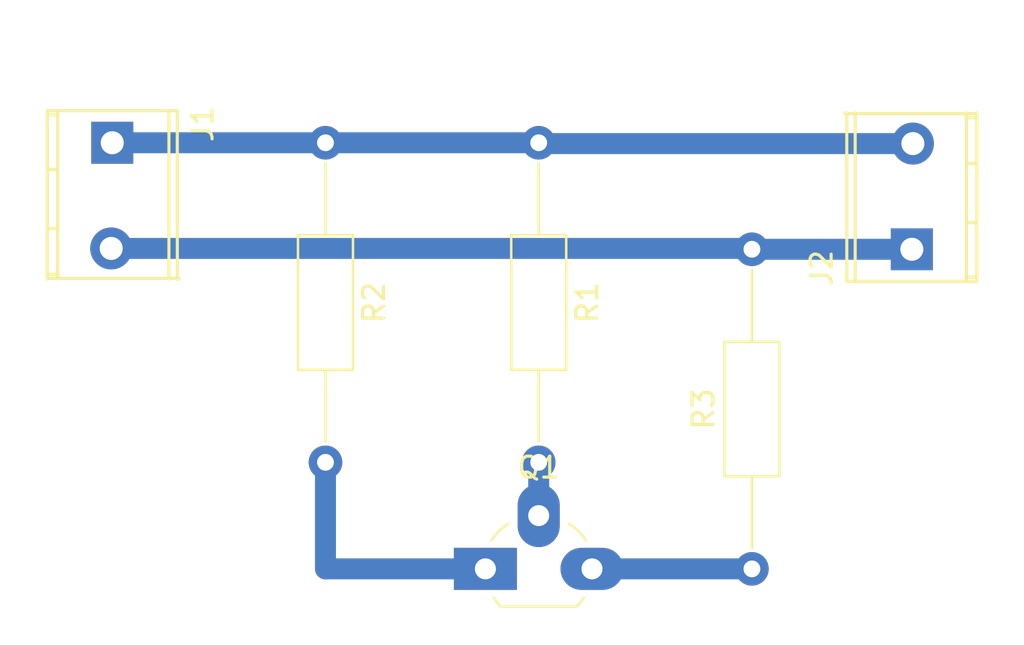
<source format=kicad_pcb>
(kicad_pcb (version 4) (host pcbnew 4.0.5)

  (general
    (links 8)
    (no_connects 0)
    (area 0 0 0 0)
    (thickness 1.6)
    (drawings 0)
    (tracks 11)
    (zones 0)
    (modules 6)
    (nets 6)
  )

  (page A4)
  (layers
    (0 F.Cu signal)
    (31 B.Cu signal)
    (32 B.Adhes user)
    (33 F.Adhes user)
    (34 B.Paste user)
    (35 F.Paste user)
    (36 B.SilkS user)
    (37 F.SilkS user)
    (38 B.Mask user)
    (39 F.Mask user)
    (40 Dwgs.User user)
    (41 Cmts.User user)
    (42 Eco1.User user)
    (43 Eco2.User user)
    (44 Edge.Cuts user)
    (45 Margin user)
    (46 B.CrtYd user)
    (47 F.CrtYd user)
    (48 B.Fab user)
    (49 F.Fab user)
  )

  (setup
    (last_trace_width 1)
    (user_trace_width 1)
    (user_trace_width 2)
    (user_trace_width 3)
    (user_trace_width 4)
    (trace_clearance 0.2)
    (zone_clearance 0.508)
    (zone_45_only no)
    (trace_min 0.2)
    (segment_width 0.2)
    (edge_width 0.15)
    (via_size 0.6)
    (via_drill 0.4)
    (via_min_size 0.4)
    (via_min_drill 0.3)
    (uvia_size 0.3)
    (uvia_drill 0.1)
    (uvias_allowed no)
    (uvia_min_size 0.2)
    (uvia_min_drill 0.1)
    (pcb_text_width 0.3)
    (pcb_text_size 1.5 1.5)
    (mod_edge_width 0.15)
    (mod_text_size 1 1)
    (mod_text_width 0.15)
    (pad_size 1.524 1.524)
    (pad_drill 0.762)
    (pad_to_mask_clearance 0.2)
    (aux_axis_origin 0 0)
    (visible_elements 7FFFFFFF)
    (pcbplotparams
      (layerselection 0x00030_80000001)
      (usegerberextensions false)
      (excludeedgelayer true)
      (linewidth 0.150000)
      (plotframeref false)
      (viasonmask false)
      (mode 1)
      (useauxorigin false)
      (hpglpennumber 1)
      (hpglpenspeed 20)
      (hpglpendiameter 15)
      (hpglpenoverlay 2)
      (psnegative false)
      (psa4output false)
      (plotreference true)
      (plotvalue true)
      (plotinvisibletext false)
      (padsonsilk false)
      (subtractmaskfromsilk false)
      (outputformat 1)
      (mirror false)
      (drillshape 1)
      (scaleselection 1)
      (outputdirectory ""))
  )

  (net 0 "")
  (net 1 "Net-(Q1-Pad2)")
  (net 2 "Net-(Q1-Pad1)")
  (net 3 "Net-(Q1-Pad3)")
  (net 4 "Net-(J1-Pad2)")
  (net 5 "Net-(J1-Pad1)")

  (net_class Default "This is the default net class."
    (clearance 0.2)
    (trace_width 0.25)
    (via_dia 0.6)
    (via_drill 0.4)
    (uvia_dia 0.3)
    (uvia_drill 0.1)
    (add_net "Net-(J1-Pad1)")
    (add_net "Net-(J1-Pad2)")
    (add_net "Net-(Q1-Pad1)")
    (add_net "Net-(Q1-Pad2)")
    (add_net "Net-(Q1-Pad3)")
  )

  (module TO_SOT_Packages_THT:TO-92_Rugged (layer F.Cu) (tedit 58CE52AF) (tstamp 58F4E206)
    (at 109.22 76.2)
    (descr "TO-92 rugged, leads molded, wide, drill 1mm (see NXP sot054_po.pdf)")
    (tags "to-92 sc-43 sc-43a sot54 PA33 transistor")
    (path /58F4E28B)
    (fp_text reference Q1 (at 2.54 -4.83) (layer F.SilkS)
      (effects (font (size 1 1) (thickness 0.15)))
    )
    (fp_text value BC547 (at 2.54 2.79) (layer F.Fab)
      (effects (font (size 1 1) (thickness 0.15)))
    )
    (fp_text user %R (at 2.54 -4.83) (layer F.Fab)
      (effects (font (size 1 1) (thickness 0.15)))
    )
    (fp_line (start 0.84 1.8) (end 4.24 1.8) (layer F.SilkS) (width 0.12))
    (fp_line (start 0.8 1.75) (end 4.3 1.75) (layer F.Fab) (width 0.1))
    (fp_line (start 0.8 1.75) (end 4.3 1.75) (layer F.Fab) (width 0.1))
    (fp_line (start -1.75 -4.29) (end 6.83 -4.29) (layer F.CrtYd) (width 0.05))
    (fp_line (start -1.75 -4.29) (end -1.75 2.01) (layer F.CrtYd) (width 0.05))
    (fp_line (start 6.83 2.01) (end 6.83 -4.29) (layer F.CrtYd) (width 0.05))
    (fp_line (start 6.83 2.01) (end -1.75 2.01) (layer F.CrtYd) (width 0.05))
    (fp_arc (start 2.34 -0.1) (end 0.29 -1.35) (angle 27.25) (layer F.SilkS) (width 0.12))
    (fp_arc (start 2.74 -0.1) (end 4.79 -1.35) (angle -27.25) (layer F.SilkS) (width 0.12))
    (fp_arc (start 2.44 0.1) (end 0.74 1.8) (angle 12.99) (layer F.SilkS) (width 0.12))
    (fp_arc (start 2.64 0.1) (end 4.34 1.8) (angle -12.99) (layer F.SilkS) (width 0.12))
    (fp_arc (start 2.54 0) (end 2.54 -2.48) (angle 135) (layer F.Fab) (width 0.1))
    (fp_arc (start 2.54 0) (end 2.54 -2.48) (angle -135) (layer F.Fab) (width 0.1))
    (pad 2 thru_hole oval (at 2.54 -2.54 90) (size 3 2) (drill 1) (layers *.Cu *.Mask)
      (net 1 "Net-(Q1-Pad2)"))
    (pad 1 thru_hole rect (at 0 0 90) (size 2 3) (drill 1) (layers *.Cu *.Mask)
      (net 2 "Net-(Q1-Pad1)"))
    (pad 3 thru_hole oval (at 5.08 0 90) (size 2 3) (drill 1) (layers *.Cu *.Mask)
      (net 3 "Net-(Q1-Pad3)"))
    (model ${KISYS3DMOD}/TO_SOT_Packages_THT.3dshapes/TO-92_Rugged.wrl
      (at (xyz 0.1 0 0))
      (scale (xyz 1 1 1))
      (rotate (xyz 0 0 -90))
    )
  )

  (module Resistors_THT:R_Axial_DIN0207_L6.3mm_D2.5mm_P15.24mm_Horizontal (layer F.Cu) (tedit 5874F706) (tstamp 58F4E20C)
    (at 111.76 55.88 270)
    (descr "Resistor, Axial_DIN0207 series, Axial, Horizontal, pin pitch=15.24mm, 0.25W = 1/4W, length*diameter=6.3*2.5mm^2, http://cdn-reichelt.de/documents/datenblatt/B400/1_4W%23YAG.pdf")
    (tags "Resistor Axial_DIN0207 series Axial Horizontal pin pitch 15.24mm 0.25W = 1/4W length 6.3mm diameter 2.5mm")
    (path /58F4E249)
    (fp_text reference R1 (at 7.62 -2.31 270) (layer F.SilkS)
      (effects (font (size 1 1) (thickness 0.15)))
    )
    (fp_text value R (at 7.62 2.31 270) (layer F.Fab)
      (effects (font (size 1 1) (thickness 0.15)))
    )
    (fp_line (start 4.47 -1.25) (end 4.47 1.25) (layer F.Fab) (width 0.1))
    (fp_line (start 4.47 1.25) (end 10.77 1.25) (layer F.Fab) (width 0.1))
    (fp_line (start 10.77 1.25) (end 10.77 -1.25) (layer F.Fab) (width 0.1))
    (fp_line (start 10.77 -1.25) (end 4.47 -1.25) (layer F.Fab) (width 0.1))
    (fp_line (start 0 0) (end 4.47 0) (layer F.Fab) (width 0.1))
    (fp_line (start 15.24 0) (end 10.77 0) (layer F.Fab) (width 0.1))
    (fp_line (start 4.41 -1.31) (end 4.41 1.31) (layer F.SilkS) (width 0.12))
    (fp_line (start 4.41 1.31) (end 10.83 1.31) (layer F.SilkS) (width 0.12))
    (fp_line (start 10.83 1.31) (end 10.83 -1.31) (layer F.SilkS) (width 0.12))
    (fp_line (start 10.83 -1.31) (end 4.41 -1.31) (layer F.SilkS) (width 0.12))
    (fp_line (start 0.98 0) (end 4.41 0) (layer F.SilkS) (width 0.12))
    (fp_line (start 14.26 0) (end 10.83 0) (layer F.SilkS) (width 0.12))
    (fp_line (start -1.05 -1.6) (end -1.05 1.6) (layer F.CrtYd) (width 0.05))
    (fp_line (start -1.05 1.6) (end 16.3 1.6) (layer F.CrtYd) (width 0.05))
    (fp_line (start 16.3 1.6) (end 16.3 -1.6) (layer F.CrtYd) (width 0.05))
    (fp_line (start 16.3 -1.6) (end -1.05 -1.6) (layer F.CrtYd) (width 0.05))
    (pad 1 thru_hole circle (at 0 0 270) (size 1.6 1.6) (drill 0.8) (layers *.Cu *.Mask)
      (net 5 "Net-(J1-Pad1)"))
    (pad 2 thru_hole oval (at 15.24 0 270) (size 1.6 1.6) (drill 0.8) (layers *.Cu *.Mask)
      (net 1 "Net-(Q1-Pad2)"))
    (model Resistors_THT.3dshapes/R_Axial_DIN0207_L6.3mm_D2.5mm_P15.24mm_Horizontal.wrl
      (at (xyz 0 0 0))
      (scale (xyz 0.393701 0.393701 0.393701))
      (rotate (xyz 0 0 0))
    )
  )

  (module Resistors_THT:R_Axial_DIN0207_L6.3mm_D2.5mm_P15.24mm_Horizontal (layer F.Cu) (tedit 5874F706) (tstamp 58F4E212)
    (at 101.6 55.88 270)
    (descr "Resistor, Axial_DIN0207 series, Axial, Horizontal, pin pitch=15.24mm, 0.25W = 1/4W, length*diameter=6.3*2.5mm^2, http://cdn-reichelt.de/documents/datenblatt/B400/1_4W%23YAG.pdf")
    (tags "Resistor Axial_DIN0207 series Axial Horizontal pin pitch 15.24mm 0.25W = 1/4W length 6.3mm diameter 2.5mm")
    (path /58F4E10B)
    (fp_text reference R2 (at 7.62 -2.31 270) (layer F.SilkS)
      (effects (font (size 1 1) (thickness 0.15)))
    )
    (fp_text value R (at 7.62 2.31 270) (layer F.Fab)
      (effects (font (size 1 1) (thickness 0.15)))
    )
    (fp_line (start 4.47 -1.25) (end 4.47 1.25) (layer F.Fab) (width 0.1))
    (fp_line (start 4.47 1.25) (end 10.77 1.25) (layer F.Fab) (width 0.1))
    (fp_line (start 10.77 1.25) (end 10.77 -1.25) (layer F.Fab) (width 0.1))
    (fp_line (start 10.77 -1.25) (end 4.47 -1.25) (layer F.Fab) (width 0.1))
    (fp_line (start 0 0) (end 4.47 0) (layer F.Fab) (width 0.1))
    (fp_line (start 15.24 0) (end 10.77 0) (layer F.Fab) (width 0.1))
    (fp_line (start 4.41 -1.31) (end 4.41 1.31) (layer F.SilkS) (width 0.12))
    (fp_line (start 4.41 1.31) (end 10.83 1.31) (layer F.SilkS) (width 0.12))
    (fp_line (start 10.83 1.31) (end 10.83 -1.31) (layer F.SilkS) (width 0.12))
    (fp_line (start 10.83 -1.31) (end 4.41 -1.31) (layer F.SilkS) (width 0.12))
    (fp_line (start 0.98 0) (end 4.41 0) (layer F.SilkS) (width 0.12))
    (fp_line (start 14.26 0) (end 10.83 0) (layer F.SilkS) (width 0.12))
    (fp_line (start -1.05 -1.6) (end -1.05 1.6) (layer F.CrtYd) (width 0.05))
    (fp_line (start -1.05 1.6) (end 16.3 1.6) (layer F.CrtYd) (width 0.05))
    (fp_line (start 16.3 1.6) (end 16.3 -1.6) (layer F.CrtYd) (width 0.05))
    (fp_line (start 16.3 -1.6) (end -1.05 -1.6) (layer F.CrtYd) (width 0.05))
    (pad 1 thru_hole circle (at 0 0 270) (size 1.6 1.6) (drill 0.8) (layers *.Cu *.Mask)
      (net 5 "Net-(J1-Pad1)"))
    (pad 2 thru_hole oval (at 15.24 0 270) (size 1.6 1.6) (drill 0.8) (layers *.Cu *.Mask)
      (net 2 "Net-(Q1-Pad1)"))
    (model Resistors_THT.3dshapes/R_Axial_DIN0207_L6.3mm_D2.5mm_P15.24mm_Horizontal.wrl
      (at (xyz 0 0 0))
      (scale (xyz 0.393701 0.393701 0.393701))
      (rotate (xyz 0 0 0))
    )
  )

  (module Resistors_THT:R_Axial_DIN0207_L6.3mm_D2.5mm_P15.24mm_Horizontal (layer F.Cu) (tedit 5874F706) (tstamp 58F4E218)
    (at 121.92 76.2 90)
    (descr "Resistor, Axial_DIN0207 series, Axial, Horizontal, pin pitch=15.24mm, 0.25W = 1/4W, length*diameter=6.3*2.5mm^2, http://cdn-reichelt.de/documents/datenblatt/B400/1_4W%23YAG.pdf")
    (tags "Resistor Axial_DIN0207 series Axial Horizontal pin pitch 15.24mm 0.25W = 1/4W length 6.3mm diameter 2.5mm")
    (path /58F4E1A2)
    (fp_text reference R3 (at 7.62 -2.31 90) (layer F.SilkS)
      (effects (font (size 1 1) (thickness 0.15)))
    )
    (fp_text value R (at 7.62 2.31 90) (layer F.Fab)
      (effects (font (size 1 1) (thickness 0.15)))
    )
    (fp_line (start 4.47 -1.25) (end 4.47 1.25) (layer F.Fab) (width 0.1))
    (fp_line (start 4.47 1.25) (end 10.77 1.25) (layer F.Fab) (width 0.1))
    (fp_line (start 10.77 1.25) (end 10.77 -1.25) (layer F.Fab) (width 0.1))
    (fp_line (start 10.77 -1.25) (end 4.47 -1.25) (layer F.Fab) (width 0.1))
    (fp_line (start 0 0) (end 4.47 0) (layer F.Fab) (width 0.1))
    (fp_line (start 15.24 0) (end 10.77 0) (layer F.Fab) (width 0.1))
    (fp_line (start 4.41 -1.31) (end 4.41 1.31) (layer F.SilkS) (width 0.12))
    (fp_line (start 4.41 1.31) (end 10.83 1.31) (layer F.SilkS) (width 0.12))
    (fp_line (start 10.83 1.31) (end 10.83 -1.31) (layer F.SilkS) (width 0.12))
    (fp_line (start 10.83 -1.31) (end 4.41 -1.31) (layer F.SilkS) (width 0.12))
    (fp_line (start 0.98 0) (end 4.41 0) (layer F.SilkS) (width 0.12))
    (fp_line (start 14.26 0) (end 10.83 0) (layer F.SilkS) (width 0.12))
    (fp_line (start -1.05 -1.6) (end -1.05 1.6) (layer F.CrtYd) (width 0.05))
    (fp_line (start -1.05 1.6) (end 16.3 1.6) (layer F.CrtYd) (width 0.05))
    (fp_line (start 16.3 1.6) (end 16.3 -1.6) (layer F.CrtYd) (width 0.05))
    (fp_line (start 16.3 -1.6) (end -1.05 -1.6) (layer F.CrtYd) (width 0.05))
    (pad 1 thru_hole circle (at 0 0 90) (size 1.6 1.6) (drill 0.8) (layers *.Cu *.Mask)
      (net 3 "Net-(Q1-Pad3)"))
    (pad 2 thru_hole oval (at 15.24 0 90) (size 1.6 1.6) (drill 0.8) (layers *.Cu *.Mask)
      (net 4 "Net-(J1-Pad2)"))
    (model Resistors_THT.3dshapes/R_Axial_DIN0207_L6.3mm_D2.5mm_P15.24mm_Horizontal.wrl
      (at (xyz 0 0 0))
      (scale (xyz 0.393701 0.393701 0.393701))
      (rotate (xyz 0 0 0))
    )
  )

  (module "A - My Footprint Lib:Screw_Terminal_1x02_5mm" (layer F.Cu) (tedit 5892262B) (tstamp 58F4E558)
    (at 91.44 55.88 270)
    (descr "2-way 2.54mm pitch terminal block, Phoenix MPT series")
    (path /58F4E640)
    (fp_text reference J1 (at -0.9 -4.3 270) (layer F.SilkS)
      (effects (font (size 1 1) (thickness 0.15)))
    )
    (fp_text value Screw_Terminal_1x02 (at 1.27 4.50088 270) (layer F.Fab)
      (effects (font (size 1 1) (thickness 0.15)))
    )
    (fp_line (start 4.1 2.6) (end 4.1 3.1) (layer F.SilkS) (width 0.15))
    (fp_line (start 4.3 3.3) (end 6.7 3.3) (layer F.CrtYd) (width 0.05))
    (fp_line (start 4.3 -3.3) (end 6.7 -3.3) (layer F.CrtYd) (width 0.05))
    (fp_line (start 4.1 3.1) (end 6.5 3.1) (layer F.SilkS) (width 0.15))
    (fp_line (start 4.1 2.6) (end 6.5 2.6) (layer F.SilkS) (width 0.15))
    (fp_line (start 4.1 -2.7) (end 6.5 -2.7) (layer F.SilkS) (width 0.15))
    (fp_line (start 4.1 -3.1) (end 6.5 -3.1) (layer F.SilkS) (width 0.15))
    (fp_line (start 6.5 -3.1) (end 6.4 -3.1) (layer F.SilkS) (width 0.15))
    (fp_line (start 6.4 -3.1) (end 6.5 -3.2) (layer F.SilkS) (width 0.15))
    (fp_line (start -1.7 -3.3) (end 4.3 -3.3) (layer F.CrtYd) (width 0.05))
    (fp_line (start -1.7 3.3) (end -1.7 -3.3) (layer F.CrtYd) (width 0.05))
    (fp_line (start 4.3 3.3) (end -1.7 3.3) (layer F.CrtYd) (width 0.05))
    (fp_line (start 6.7 -3.325) (end 6.7 3.275) (layer F.CrtYd) (width 0.05))
    (fp_line (start 4.06908 2.60096) (end -1.52908 2.60096) (layer F.SilkS) (width 0.15))
    (fp_line (start -1.33096 3.0988) (end -1.33096 2.60096) (layer F.SilkS) (width 0.15))
    (fp_line (start 6.27096 2.57596) (end 6.27096 3.0738) (layer F.SilkS) (width 0.15))
    (fp_line (start 1.27 3.0988) (end 1.27 2.60096) (layer F.SilkS) (width 0.15))
    (fp_line (start -1.52908 -2.70002) (end 4.06908 -2.70002) (layer F.SilkS) (width 0.15))
    (fp_line (start -1.52908 3.0988) (end 4.06908 3.0988) (layer F.SilkS) (width 0.15))
    (fp_line (start 6.46908 3.0738) (end 6.46908 -3.1238) (layer F.SilkS) (width 0.15))
    (fp_line (start 4.06908 -3.0988) (end -1.52908 -3.0988) (layer F.SilkS) (width 0.15))
    (fp_line (start -1.52908 -3.0988) (end -1.52908 3.0988) (layer F.SilkS) (width 0.15))
    (pad 2 thru_hole oval (at 5.04 0.05 270) (size 1.99898 1.99898) (drill 1.09728) (layers *.Cu *.Mask)
      (net 4 "Net-(J1-Pad2)"))
    (pad 1 thru_hole rect (at 0 0 270) (size 1.99898 1.99898) (drill 1.09728) (layers *.Cu *.Mask)
      (net 5 "Net-(J1-Pad1)"))
    (model Terminal_Blocks.3dshapes/TerminalBlock_Pheonix_MPT-2.54mm_2pol.wrl
      (at (xyz 0.05 0 0))
      (scale (xyz 1 1 1))
      (rotate (xyz 0 0 0))
    )
  )

  (module "A - My Footprint Lib:Screw_Terminal_1x02_5mm" (layer F.Cu) (tedit 5892262B) (tstamp 58F4E55E)
    (at 129.54 60.96 90)
    (descr "2-way 2.54mm pitch terminal block, Phoenix MPT series")
    (path /58F4E5CF)
    (fp_text reference J2 (at -0.9 -4.3 90) (layer F.SilkS)
      (effects (font (size 1 1) (thickness 0.15)))
    )
    (fp_text value Screw_Terminal_1x02 (at 1.27 4.50088 90) (layer F.Fab)
      (effects (font (size 1 1) (thickness 0.15)))
    )
    (fp_line (start 4.1 2.6) (end 4.1 3.1) (layer F.SilkS) (width 0.15))
    (fp_line (start 4.3 3.3) (end 6.7 3.3) (layer F.CrtYd) (width 0.05))
    (fp_line (start 4.3 -3.3) (end 6.7 -3.3) (layer F.CrtYd) (width 0.05))
    (fp_line (start 4.1 3.1) (end 6.5 3.1) (layer F.SilkS) (width 0.15))
    (fp_line (start 4.1 2.6) (end 6.5 2.6) (layer F.SilkS) (width 0.15))
    (fp_line (start 4.1 -2.7) (end 6.5 -2.7) (layer F.SilkS) (width 0.15))
    (fp_line (start 4.1 -3.1) (end 6.5 -3.1) (layer F.SilkS) (width 0.15))
    (fp_line (start 6.5 -3.1) (end 6.4 -3.1) (layer F.SilkS) (width 0.15))
    (fp_line (start 6.4 -3.1) (end 6.5 -3.2) (layer F.SilkS) (width 0.15))
    (fp_line (start -1.7 -3.3) (end 4.3 -3.3) (layer F.CrtYd) (width 0.05))
    (fp_line (start -1.7 3.3) (end -1.7 -3.3) (layer F.CrtYd) (width 0.05))
    (fp_line (start 4.3 3.3) (end -1.7 3.3) (layer F.CrtYd) (width 0.05))
    (fp_line (start 6.7 -3.325) (end 6.7 3.275) (layer F.CrtYd) (width 0.05))
    (fp_line (start 4.06908 2.60096) (end -1.52908 2.60096) (layer F.SilkS) (width 0.15))
    (fp_line (start -1.33096 3.0988) (end -1.33096 2.60096) (layer F.SilkS) (width 0.15))
    (fp_line (start 6.27096 2.57596) (end 6.27096 3.0738) (layer F.SilkS) (width 0.15))
    (fp_line (start 1.27 3.0988) (end 1.27 2.60096) (layer F.SilkS) (width 0.15))
    (fp_line (start -1.52908 -2.70002) (end 4.06908 -2.70002) (layer F.SilkS) (width 0.15))
    (fp_line (start -1.52908 3.0988) (end 4.06908 3.0988) (layer F.SilkS) (width 0.15))
    (fp_line (start 6.46908 3.0738) (end 6.46908 -3.1238) (layer F.SilkS) (width 0.15))
    (fp_line (start 4.06908 -3.0988) (end -1.52908 -3.0988) (layer F.SilkS) (width 0.15))
    (fp_line (start -1.52908 -3.0988) (end -1.52908 3.0988) (layer F.SilkS) (width 0.15))
    (pad 2 thru_hole oval (at 5.04 0.05 90) (size 1.99898 1.99898) (drill 1.09728) (layers *.Cu *.Mask)
      (net 5 "Net-(J1-Pad1)"))
    (pad 1 thru_hole rect (at 0 0 90) (size 1.99898 1.99898) (drill 1.09728) (layers *.Cu *.Mask)
      (net 4 "Net-(J1-Pad2)"))
    (model Terminal_Blocks.3dshapes/TerminalBlock_Pheonix_MPT-2.54mm_2pol.wrl
      (at (xyz 0.05 0 0))
      (scale (xyz 1 1 1))
      (rotate (xyz 0 0 0))
    )
  )

  (segment (start 111.76 73.66) (end 111.76 71.12) (width 1) (layer B.Cu) (net 1) (status C00000))
  (segment (start 101.6 71.12) (end 101.6 76.2) (width 1) (layer B.Cu) (net 2) (status 400000))
  (segment (start 101.6 76.2) (end 109.22 76.2) (width 1) (layer B.Cu) (net 2) (tstamp 58F4E74C) (status 800000))
  (segment (start 114.3 76.2) (end 121.92 76.2) (width 1) (layer B.Cu) (net 3) (status C00000))
  (segment (start 121.92 60.96) (end 129.54 60.96) (width 1) (layer B.Cu) (net 4) (status C00000))
  (segment (start 91.39 60.92) (end 121.88 60.92) (width 1) (layer B.Cu) (net 4) (status C00000))
  (segment (start 121.88 60.92) (end 121.92 60.96) (width 1) (layer B.Cu) (net 4) (tstamp 58F4E747) (status C00000))
  (segment (start 91.44 55.88) (end 101.6 55.88) (width 1) (layer B.Cu) (net 5) (status C00000))
  (segment (start 101.6 55.88) (end 111.76 55.88) (width 1) (layer B.Cu) (net 5) (tstamp 58F4E742) (status C00000))
  (segment (start 111.76 55.88) (end 111.8 55.92) (width 1) (layer B.Cu) (net 5) (tstamp 58F4E743) (status C00000))
  (segment (start 111.8 55.92) (end 129.59 55.92) (width 1) (layer B.Cu) (net 5) (tstamp 58F4E744) (status C00000))

)

</source>
